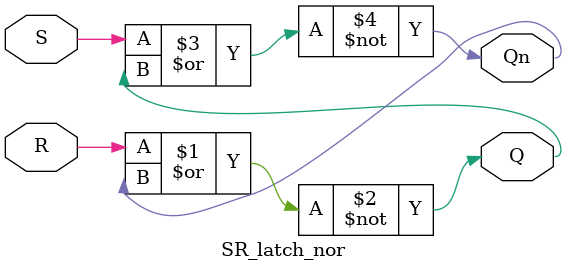
<source format=v>
module SR_latch_nor
(
	S,
	R,
	Q,
	Qn
);

	input S, R;
	output Q, Qn;

	nor nor_0(Q, R, Qn);
	nor nor_1(Qn, S, Q);

endmodule

</source>
